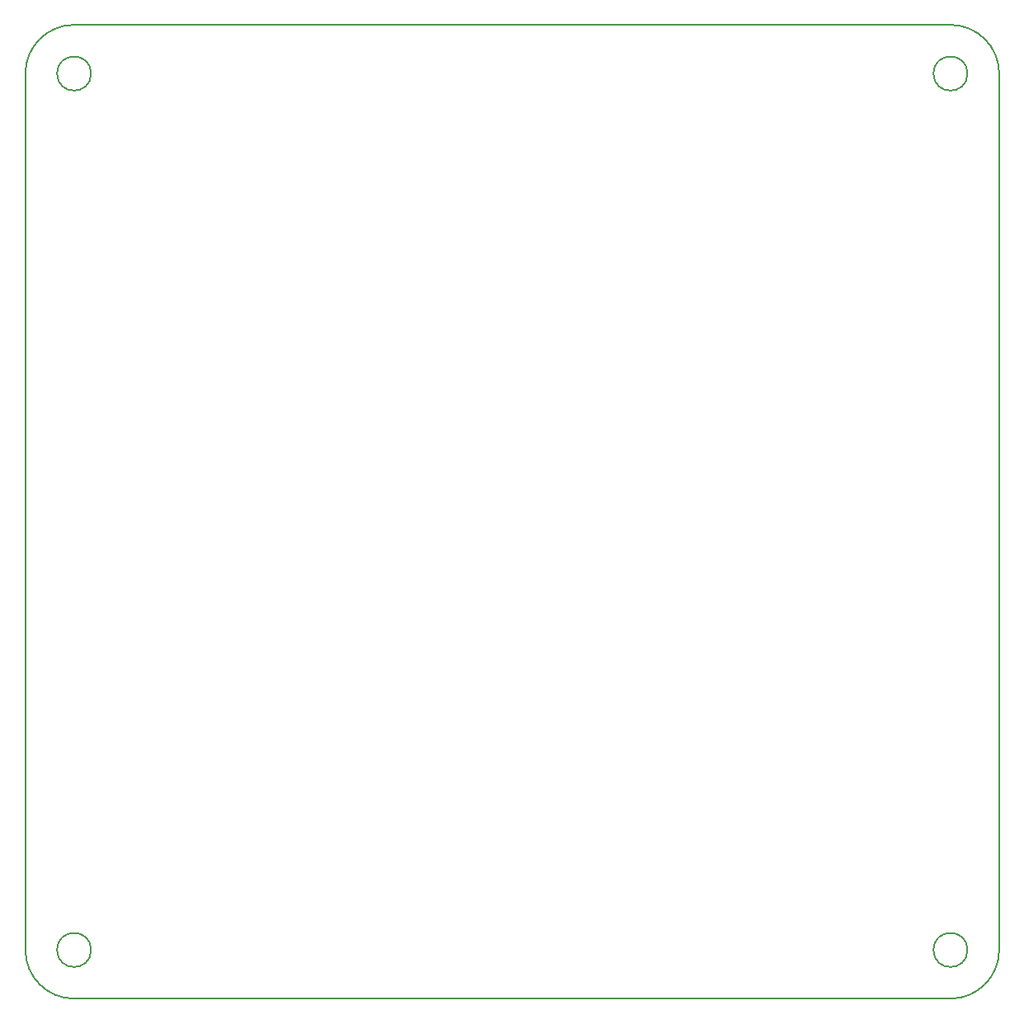
<source format=gbr>
%TF.GenerationSoftware,KiCad,Pcbnew,6.0.2+dfsg-1*%
%TF.CreationDate,2024-09-01T22:19:58+09:00*%
%TF.ProjectId,roulette,726f756c-6574-4746-952e-6b696361645f,A*%
%TF.SameCoordinates,Original*%
%TF.FileFunction,Profile,NP*%
%FSLAX46Y46*%
G04 Gerber Fmt 4.6, Leading zero omitted, Abs format (unit mm)*
G04 Created by KiCad (PCBNEW 6.0.2+dfsg-1) date 2024-09-01 22:19:58*
%MOMM*%
%LPD*%
G01*
G04 APERTURE LIST*
%TA.AperFunction,Profile*%
%ADD10C,0.200000*%
%TD*%
G04 APERTURE END LIST*
D10*
X83750000Y-56600000D02*
G75*
G03*
X83750000Y-56600000I-1750000J0D01*
G01*
X172000000Y-51600000D02*
X82000000Y-51600000D01*
X82000000Y-51600000D02*
G75*
G03*
X77000000Y-56600000I0J-5000000D01*
G01*
X173750000Y-146600000D02*
G75*
G03*
X173750000Y-146600000I-1750000J0D01*
G01*
X172000000Y-151600000D02*
G75*
G03*
X177000000Y-146600000I0J5000000D01*
G01*
X177000000Y-146600000D02*
X177000000Y-56600000D01*
X83750000Y-146600000D02*
G75*
G03*
X83750000Y-146600000I-1750000J0D01*
G01*
X177000000Y-56600000D02*
G75*
G03*
X172000000Y-51600000I-5000000J0D01*
G01*
X173750000Y-56600000D02*
G75*
G03*
X173750000Y-56600000I-1750000J0D01*
G01*
X77000000Y-146600000D02*
X77000000Y-56600000D01*
X77000000Y-146600000D02*
G75*
G03*
X82000000Y-151600000I5000000J0D01*
G01*
X172000000Y-151600000D02*
X82000000Y-151600000D01*
M02*

</source>
